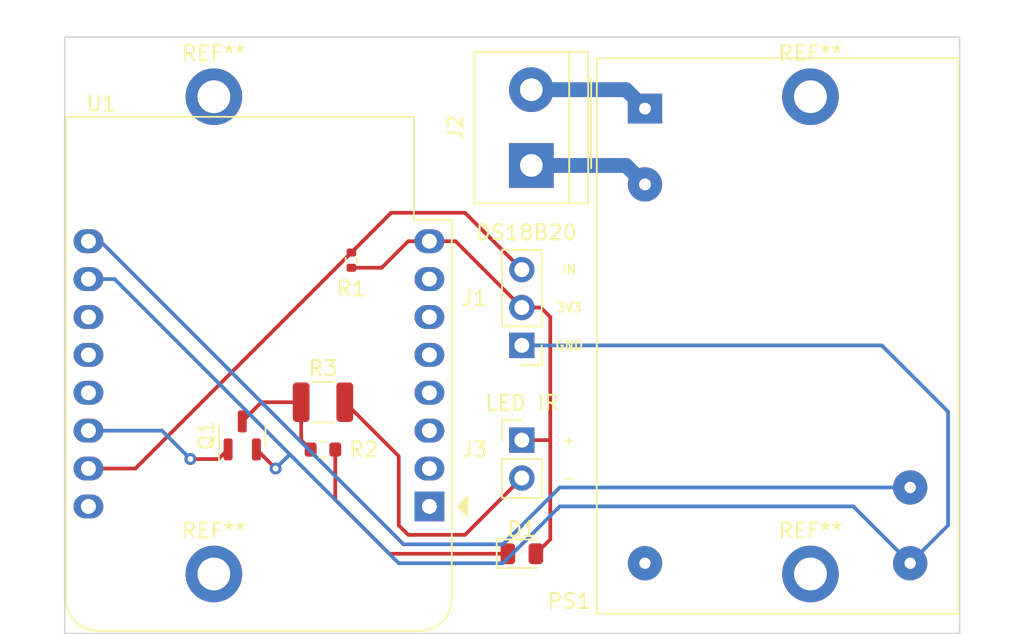
<source format=kicad_pcb>
(kicad_pcb (version 20221018) (generator pcbnew)
  (layers (0 "F.Cu" signal) (31 "B.Cu" signal) (34 "B.Paste" user) (35 "F.Paste" user) (36 "B.SilkS" user "B.Silkscreen") (37 "F.SilkS" user "F.Silkscreen") (38 "B.Mask" user) (39 "F.Mask" user) (44 "Edge.Cuts" user))
  (net 0 "")
  (net 1 "GND")
  (net 2 "+5V")
  (net 3 "+3V3")
  (net 4 "LINE")
  (net 5 "NEUT")
  (net 7 "Net-(Q1-G)")
  (net 8 "Net-(Q1-D)")
  (net 9 "Net-(J1-Pin_3)")
  (net 10 "Net-(D1-K)")
  (net 11 "Net-(J3-Pin_2)")
  (footprint "MountingHole:MountingHole_2.2mm_M2_DIN965_Pad" (layer "F.Cu") (at 100 82)
    (fp_text reference "REF**" (at 0 -2.9) (layer "F.SilkS"))
    (fp_text value "MountingHole_2.2mm_M2_DIN965_Pad")
    (pad "1" thru_hole circle locked (at 0 0) (size 3.8 3.8) (drill 2.2) (layers "*.Cu" "*.Mask"))
  )
  (footprint "MountingHole:MountingHole_2.2mm_M2_DIN965_Pad" (layer "F.Cu") (at 100 50)
    (fp_text reference "REF**" (at 0 -2.9) (layer "F.SilkS"))
    (fp_text value "MountingHole_2.2mm_M2_DIN965_Pad")
    (pad "1" thru_hole circle locked (at 0 0) (size 3.8 3.8) (drill 2.2) (layers "*.Cu" "*.Mask"))
  )
  (footprint "Resistor_SMD:R_0603_1608Metric" (layer "F.Cu") (at 107.315 73.66)
    (fp_text reference "R2" (at 2.73 0) (layer "F.SilkS"))
    (fp_text value "1KΩ")
    (fp_line (start -0.237258 -0.5225) (end 0.237258 -0.5225) (stroke (width 0.12)) (layer "F.SilkS"))
    (fp_line (start -0.237258 0.5225) (end 0.237258 0.5225) (stroke (width 0.12)) (layer "F.SilkS"))
    (pad "1" smd roundrect (at -0.825 0) (size 0.8 0.95) (layers "F.Cu" "F.Paste" "F.Mask") (net 8 "Net-(Q1-D)"))
    (pad "2" smd roundrect (at 0.825 0) (size 0.8 0.95) (layers "F.Cu" "F.Paste" "F.Mask") (net 10 "Net-(D1-K)"))
  )
  (footprint "Connector_PinHeader_2.54mm:PinHeader_1x03_P2.54mm_Vertical" (layer "F.Cu") (at 120.65 66.675 180)
    (fp_text reference "J1" (at 3.175 3.175) (layer "F.SilkS"))
    (fp_text value "Conn_01x03_Male")
    (fp_line (start -1.33 -1.33) (end 0 -1.33) (stroke (width 0.12)) (layer "F.SilkS"))
    (fp_line (start -1.33 0) (end -1.33 -1.33) (stroke (width 0.12)) (layer "F.SilkS"))
    (fp_line (start -1.33 1.27) (end -1.33 6.41) (stroke (width 0.12)) (layer "F.SilkS"))
    (fp_line (start -1.33 1.27) (end 1.33 1.27) (stroke (width 0.12)) (layer "F.SilkS"))
    (fp_line (start -1.33 6.41) (end 1.33 6.41) (stroke (width 0.12)) (layer "F.SilkS"))
    (fp_line (start 1.33 1.27) (end 1.33 6.41) (stroke (width 0.12)) (layer "F.SilkS"))
    (pad "1" thru_hole rect (at 0 0 180) (size 1.7 1.7) (drill 1) (layers "*.Cu" "*.Mask") (net 1 "GND"))
    (pad "2" thru_hole oval (at 0 2.54 180) (size 1.7 1.7) (drill 1) (layers "*.Cu" "*.Mask") (net 3 "+3V3"))
    (pad "3" thru_hole oval (at 0 5.08 180) (size 1.7 1.7) (drill 1) (layers "*.Cu" "*.Mask") (net 9 "Net-(J1-Pin_3)"))
  )
  (footprint "Package_TO_SOT_SMD:SOT-23" (layer "F.Cu") (at 101.9025 72.71 90)
    (fp_text reference "Q1" (at 0 -2.4 90) (layer "F.SilkS"))
    (fp_text value "BSS138")
    (fp_line (start 0 -1.56) (end -1.675 -1.56) (stroke (width 0.12)) (layer "F.SilkS"))
    (fp_line (start 0 -1.56) (end 0.65 -1.56) (stroke (width 0.12)) (layer "F.SilkS"))
    (fp_line (start 0 1.56) (end -0.65 1.56) (stroke (width 0.12)) (layer "F.SilkS"))
    (fp_line (start 0 1.56) (end 0.65 1.56) (stroke (width 0.12)) (layer "F.SilkS"))
    (pad "1" smd roundrect (at -0.9375 -0.95 90) (size 1.475 0.6) (layers "F.Cu" "F.Paste" "F.Mask") (net 7 "Net-(Q1-G)"))
    (pad "2" smd roundrect (at -0.9375 0.95 90) (size 1.475 0.6) (layers "F.Cu" "F.Paste" "F.Mask") (net 1 "GND"))
    (pad "3" smd roundrect (at 0.9375 0 90) (size 1.475 0.6) (layers "F.Cu" "F.Paste" "F.Mask") (net 8 "Net-(Q1-D)"))
  )
  (footprint "MountingHole:MountingHole_2.2mm_M2_DIN965_Pad" (layer "F.Cu") (at 140 50)
    (fp_text reference "REF**" (at 0 -2.9) (layer "F.SilkS"))
    (fp_text value "MountingHole_2.2mm_M2_DIN965_Pad")
    (pad "1" thru_hole circle locked (at 0 0) (size 3.8 3.8) (drill 2.2) (layers "*.Cu" "*.Mask"))
  )
  (footprint "TerminalBlock:TerminalBlock_bornier-2_P5.08mm" (layer "F.Cu") (at 121.285 54.61 90)
    (fp_text reference "J2" (at 2.54 -5.08 90) (layer "F.SilkS"))
    (fp_text value "Screw_Terminal_01x02")
    (fp_line (start -2.54 -3.81) (end -2.54 3.81) (stroke (width 0.12)) (layer "F.SilkS"))
    (fp_line (start -2.54 3.81) (end 7.62 3.81) (stroke (width 0.12)) (layer "F.SilkS"))
    (fp_line (start 7.62 -3.81) (end -2.54 -3.81) (stroke (width 0.12)) (layer "F.SilkS"))
    (fp_line (start 7.62 2.54) (end -2.54 2.54) (stroke (width 0.12)) (layer "F.SilkS"))
    (fp_line (start 7.62 3.81) (end 7.62 -3.81) (stroke (width 0.12)) (layer "F.SilkS"))
    (pad "1" thru_hole rect (at 0 0 90) (size 3 3) (drill 1.52) (layers "*.Cu" "*.Mask") (net 5 "NEUT"))
    (pad "2" thru_hole circle (at 5.08 0 90) (size 3 3) (drill 1.52) (layers "*.Cu" "*.Mask") (net 4 "LINE"))
  )
  (footprint "Diode_SMD:D_0805_2012Metric" (layer "F.Cu") (at 120.65 80.645)
    (fp_text reference "D1" (at 0 -1.65) (layer "F.SilkS"))
    (fp_text value "LED")
    (fp_line (start -1.685 -0.96) (end -1.685 0.96) (stroke (width 0.12)) (layer "F.SilkS"))
    (fp_line (start -1.685 0.96) (end 1 0.96) (stroke (width 0.12)) (layer "F.SilkS"))
    (fp_line (start 1 -0.96) (end -1.685 -0.96) (stroke (width 0.12)) (layer "F.SilkS"))
    (pad "1" smd roundrect (at -0.9375 0) (size 0.975 1.4) (layers "F.Cu" "F.Paste" "F.Mask") (net 10 "Net-(D1-K)"))
    (pad "2" smd roundrect (at 0.9375 0) (size 0.975 1.4) (layers "F.Cu" "F.Paste" "F.Mask") (net 3 "+3V3"))
  )
  (footprint "Module:WEMOS_D1_mini_light" (layer "F.Cu") (at 114.45 77.47 180)
    (fp_text reference "U1" (at 22 27) (layer "F.SilkS"))
    (fp_text value "WeMos_D1_mini")
    (fp_line (start -1.5 19.22) (end -1.5 -6.21) (stroke (width 0.12)) (layer "F.SilkS"))
    (fp_line (start -1.5 19.22) (end 1.04 19.22) (stroke (width 0.12)) (layer "F.SilkS"))
    (fp_line (start 1.04 19.22) (end 1.04 26.12) (stroke (width 0.12)) (layer "F.SilkS"))
    (fp_line (start 1.04 26.12) (end 24.36 26.12) (stroke (width 0.12)) (layer "F.SilkS"))
    (fp_line (start 22.24 -8.34) (end 0.63 -8.34) (stroke (width 0.12)) (layer "F.SilkS"))
    (fp_line (start 24.36 26.12) (end 24.36 -6.21) (stroke (width 0.12)) (layer "F.SilkS"))
    (fp_arc (start -1.5 -6.21) (mid -0.876137 -7.716137) (end 0.63 -8.34) (stroke (width 0.12)) (layer "F.SilkS"))
    (fp_arc (start 22.23 -8.34) (mid 23.736137 -7.716137) (end 24.36 -6.21) (stroke (width 0.12)) (layer "F.SilkS"))
    (fp_poly (pts (xy -2.54 -0.635) (xy -2.54 0.635) (xy -1.905 0)) (stroke (width 0.15)) (fill solid) (layer "F.SilkS"))
    (pad "1" thru_hole rect (at 0 0 180) (size 2 2) (drill 1) (layers "*.Cu" "*.Mask"))
    (pad "2" thru_hole oval (at 0 2.54 180) (size 2 1.6) (drill 1) (layers "*.Cu" "*.Mask"))
    (pad "3" thru_hole oval (at 0 5.08 180) (size 2 1.6) (drill 1) (layers "*.Cu" "*.Mask"))
    (pad "4" thru_hole oval (at 0 7.62 180) (size 2 1.6) (drill 1) (layers "*.Cu" "*.Mask"))
    (pad "5" thru_hole oval (at 0 10.16 180) (size 2 1.6) (drill 1) (layers "*.Cu" "*.Mask"))
    (pad "6" thru_hole oval (at 0 12.7 180) (size 2 1.6) (drill 1) (layers "*.Cu" "*.Mask"))
    (pad "7" thru_hole oval (at 0 15.24 180) (size 2 1.6) (drill 1) (layers "*.Cu" "*.Mask"))
    (pad "8" thru_hole oval (at 0 17.78 180) (size 2 1.6) (drill 1) (layers "*.Cu" "*.Mask") (net 3 "+3V3"))
    (pad "9" thru_hole oval (at 22.86 17.78 180) (size 2 1.6) (drill 1) (layers "*.Cu" "*.Mask") (net 2 "+5V"))
    (pad "10" thru_hole oval (at 22.86 15.24 180) (size 2 1.6) (drill 1) (layers "*.Cu" "*.Mask") (net 1 "GND"))
    (pad "11" thru_hole oval (at 22.86 12.7 180) (size 2 1.6) (drill 1) (layers "*.Cu" "*.Mask"))
    (pad "12" thru_hole oval (at 22.86 10.16 180) (size 2 1.6) (drill 1) (layers "*.Cu" "*.Mask"))
    (pad "13" thru_hole oval (at 22.86 7.62 180) (size 2 1.6) (drill 1) (layers "*.Cu" "*.Mask"))
    (pad "14" thru_hole oval (at 22.86 5.08 180) (size 2 1.6) (drill 1) (layers "*.Cu" "*.Mask") (net 7 "Net-(Q1-G)"))
    (pad "15" thru_hole oval (at 22.86 2.54 180) (size 2 1.6) (drill 1) (layers "*.Cu" "*.Mask") (net 9 "Net-(J1-Pin_3)"))
    (pad "16" thru_hole oval (at 22.86 0 180) (size 2 1.6) (drill 1) (layers "*.Cu" "*.Mask"))
  )
  (footprint "Resistor_SMD:R_1210_3225Metric" (layer "F.Cu") (at 107.315 70.485)
    (fp_text reference "R3" (at 0 -2.28) (layer "F.SilkS"))
    (fp_text value "18Ω/0.5W")
    (fp_line (start -0.723737 -1.355) (end 0.723737 -1.355) (stroke (width 0.12)) (layer "F.SilkS"))
    (fp_line (start -0.723737 1.355) (end 0.723737 1.355) (stroke (width 0.12)) (layer "F.SilkS"))
    (pad "1" smd roundrect (at -1.4625 0) (size 1.125 2.65) (layers "F.Cu" "F.Paste" "F.Mask") (roundrect_rratio 0.2222222222) (net 8 "Net-(Q1-D)"))
    (pad "2" smd roundrect (at 1.4625 0) (size 1.125 2.65) (layers "F.Cu" "F.Paste" "F.Mask") (roundrect_rratio 0.2222222222) (net 11 "Net-(J3-Pin_2)"))
  )
  (footprint "MountingHole:MountingHole_2.2mm_M2_DIN965_Pad" (layer "F.Cu") (at 140 82)
    (fp_text reference "REF**" (at 0 -2.9) (layer "F.SilkS"))
    (fp_text value "MountingHole_2.2mm_M2_DIN965_Pad")
    (pad "1" thru_hole circle locked (at 0 0) (size 3.8 3.8) (drill 2.2) (layers "*.Cu" "*.Mask"))
  )
  (footprint "Connector_PinHeader_2.54mm:PinHeader_1x02_P2.54mm_Vertical" (layer "F.Cu") (at 120.65 73.025)
    (fp_text reference "J3" (at -3.175 0.635) (layer "F.SilkS"))
    (fp_text value "Conn_01x02_Pin")
    (fp_line (start -1.33 -1.33) (end 0 -1.33) (stroke (width 0.12)) (layer "F.SilkS"))
    (fp_line (start -1.33 0) (end -1.33 -1.33) (stroke (width 0.12)) (layer "F.SilkS"))
    (fp_line (start -1.33 1.27) (end -1.33 3.87) (stroke (width 0.12)) (layer "F.SilkS"))
    (fp_line (start -1.33 1.27) (end 1.33 1.27) (stroke (width 0.12)) (layer "F.SilkS"))
    (fp_line (start -1.33 3.87) (end 1.33 3.87) (stroke (width 0.12)) (layer "F.SilkS"))
    (fp_line (start 1.33 1.27) (end 1.33 3.87) (stroke (width 0.12)) (layer "F.SilkS"))
    (pad "1" thru_hole rect (at 0 0) (size 1.7 1.7) (drill 1) (layers "*.Cu" "*.Mask") (net 3 "+3V3"))
    (pad "2" thru_hole oval (at 0 2.54) (size 1.7 1.7) (drill 1) (layers "*.Cu" "*.Mask") (net 11 "Net-(J3-Pin_2)"))
  )
  (footprint "Converter_ACDC:Converter_ACDC_MeanWell_IRM-03-xx_THT" (layer "F.Cu") (at 128.905 50.8)
    (fp_text reference "PS1" (at -5.08 33.02) (layer "F.SilkS"))
    (fp_text value "Alim RS PRO 5V 1A")
    (fp_line (start -3.61 -2) (end -3.61 4) (stroke (width 0.12)) (layer "F.SilkS"))
    (fp_line (start -3.23 -3.38) (end -3.23 33.86) (stroke (width 0.12)) (layer "F.SilkS"))
    (fp_line (start -3.23 33.86) (end 21.01 33.86) (stroke (width 0.12)) (layer "F.SilkS"))
    (fp_line (start 21.01 -3.38) (end -3.23 -3.38) (stroke (width 0.12)) (layer "F.SilkS"))
    (fp_line (start 21.01 -3.38) (end 21.01 33.86) (stroke (width 0.12)) (layer "F.SilkS"))
    (pad "1" thru_hole rect (at 0 0) (size 2.3 2) (drill 0.8) (layers "*.Cu" "*.Mask") (net 4 "LINE"))
    (pad "3" thru_hole circle (at 0 5.08) (size 2.3 2.3) (drill 0.8) (layers "*.Cu" "*.Mask") (net 5 "NEUT"))
    (pad "5" thru_hole circle (at 0 30.48) (size 2.3 2.3) (drill 0.76) (layers "*.Cu" "*.Mask"))
    (pad "14" thru_hole circle (at 17.78 30.48) (size 2.3 2.3) (drill 0.76) (layers "*.Cu" "*.Mask") (net 1 "GND"))
    (pad "16" thru_hole circle (at 17.78 25.4) (size 2.3 2.3) (drill 0.76) (layers "*.Cu" "*.Mask") (net 2 "+5V"))
  )
  (footprint "Resistor_SMD:R_0402_1005Metric" (layer "F.Cu") (at 109.22 60.96 90)
    (fp_text reference "R1" (at -1.905 0) (layer "F.SilkS"))
    (fp_text value "4.7KΩ")
    (fp_line (start -0.153641 -0.38) (end 0.153641 -0.38) (stroke (width 0.12)) (layer "F.SilkS"))
    (fp_line (start -0.153641 0.38) (end 0.153641 0.38) (stroke (width 0.12)) (layer "F.SilkS"))
    (pad "1" smd roundrect (at -0.51 0 90) (size 0.54 0.64) (layers "F.Cu" "F.Paste" "F.Mask") (net 3 "+3V3"))
    (pad "2" smd roundrect (at 0.51 0 90) (size 0.54 0.64) (layers "F.Cu" "F.Paste" "F.Mask") (net 9 "Net-(J1-Pin_3)"))
  )
  (gr_rect locked (start 90 46) (end 150 86) (stroke (width 0.1)) (fill none) (layer "Edge.Cuts"))
  (gr_text "DS18B20" (at 117.475 59.69) (layer "F.SilkS") (effects (font (size 1 1)) (justify left bottom)))
  (gr_text "-" (at 123.825 75.565) (layer "F.SilkS") (effects (font (size 0.6 0.6) (thickness 0.125))))
  (gr_text "GND" (at 123.825 66.675) (layer "F.SilkS") (effects (font (size 0.6 0.6) (thickness 0.125))))
  (gr_text "3V3" (at 123.825 64.135) (layer "F.SilkS") (effects (font (size 0.6 0.6) (thickness 0.125))))
  (gr_text "LED IR" (at 118.11 71.12) (layer "F.SilkS") (effects (font (size 1 1)) (justify left bottom)))
  (gr_text "+" (at 123.825 73.025) (layer "F.SilkS") (effects (font (size 0.6 0.6) (thickness 0.125))))
  (gr_text "IN" (at 123.825 61.595) (layer "F.SilkS") (effects (font (size 0.6 0.6) (thickness 0.125))))
  (segment (start 102.8575 73.6475) (end 104.14 74.93) (width 0.25) (layer "F.Cu") (net 1))
  (segment (start 102.8525 73.6475) (end 102.8575 73.6475) (width 0.25) (layer "F.Cu") (net 1))
  (via (at 104.14 74.93) (size 0.8) (drill 0.4) (layers "F.Cu" "B.Cu") (net 1))
  (segment (start 146.685 81.28) (end 149.225 78.74) (width 0.25) (layer "B.Cu") (net 1))
  (segment (start 123.19 77.47) (end 119.38 81.28) (width 0.25) (layer "B.Cu") (net 1))
  (segment (start 144.78 66.675) (end 149.225 71.12) (width 0.25) (layer "B.Cu") (net 1))
  (segment (start 105.0925 73.9775) (end 112.395 81.28) (width 0.25) (layer "B.Cu") (net 1))
  (segment (start 142.875 77.47) (end 123.19 77.47) (width 0.25) (layer "B.Cu") (net 1))
  (segment (start 93.345 62.23) (end 91.59 62.23) (width 0.25) (layer "B.Cu") (net 1))
  (segment (start 119.38 81.28) (end 112.395 81.28) (width 0.25) (layer "B.Cu") (net 1))
  (segment (start 120.65 66.675) (end 144.78 66.675) (width 0.25) (layer "B.Cu") (net 1))
  (segment (start 104.14 74.93) (end 105.0925 73.9775) (width 0.25) (layer "B.Cu") (net 1))
  (segment (start 105.0925 73.9775) (end 93.345 62.23) (width 0.25) (layer "B.Cu") (net 1))
  (segment (start 149.225 71.12) (end 149.225 78.74) (width 0.25) (layer "B.Cu") (net 1))
  (segment (start 146.685 81.28) (end 142.875 77.47) (width 0.25) (layer "B.Cu") (net 1))
  (segment (start 92.3925 59.69) (end 91.59 59.69) (width 0.25) (layer "B.Cu") (net 2))
  (segment (start 123.19 76.2) (end 119.38 80.01) (width 0.25) (layer "B.Cu") (net 2))
  (segment (start 119.38 80.01) (end 112.7125 80.01) (width 0.25) (layer "B.Cu") (net 2))
  (segment (start 146.685 76.2) (end 123.19 76.2) (width 0.25) (layer "B.Cu") (net 2))
  (segment (start 112.7125 80.01) (end 92.3925 59.69) (width 0.25) (layer "B.Cu") (net 2))
  (segment (start 116.205 59.69) (end 120.65 64.135) (width 0.25) (layer "F.Cu") (net 3))
  (segment (start 109.22 61.47) (end 111.25 61.47) (width 0.25) (layer "F.Cu") (net 3))
  (segment (start 122.555 73.025) (end 122.555 79.6775) (width 0.25) (layer "F.Cu") (net 3))
  (segment (start 122.555 64.77) (end 122.555 73.025) (width 0.25) (layer "F.Cu") (net 3))
  (segment (start 120.65 73.025) (end 122.555 73.025) (width 0.25) (layer "F.Cu") (net 3))
  (segment (start 113.03 59.69) (end 114.45 59.69) (width 0.25) (layer "F.Cu") (net 3))
  (segment (start 111.25 61.47) (end 113.03 59.69) (width 0.25) (layer "F.Cu") (net 3))
  (segment (start 120.65 64.135) (end 121.92 64.135) (width 0.25) (layer "F.Cu") (net 3))
  (segment (start 121.92 64.135) (end 122.555 64.77) (width 0.25) (layer "F.Cu") (net 3))
  (segment (start 114.45 59.69) (end 116.205 59.69) (width 0.25) (layer "F.Cu") (net 3))
  (segment (start 122.555 79.6775) (end 121.5875 80.645) (width 0.25) (layer "F.Cu") (net 3))
  (segment (start 127.635 49.53) (end 128.905 50.8) (width 1) (layer "B.Cu") (net 4))
  (segment (start 121.285 49.53) (end 127.635 49.53) (width 1) (layer "B.Cu") (net 4))
  (segment (start 121.285 54.61) (end 127.635 54.61) (width 1) (layer "B.Cu") (net 5))
  (segment (start 127.635 54.61) (end 128.905 55.88) (width 1) (layer "B.Cu") (net 5))
  (segment (start 100.305 74.295) (end 100.9525 73.6475) (width 0.25) (layer "F.Cu") (net 7))
  (segment (start 98.425 74.295) (end 100.305 74.295) (width 0.25) (layer "F.Cu") (net 7))
  (via (at 98.425 74.295) (size 0.8) (drill 0.4) (layers "F.Cu" "B.Cu") (net 7))
  (segment (start 91.59 72.39) (end 96.52 72.39) (width 0.25) (layer "B.Cu") (net 7))
  (segment (start 96.52 72.39) (end 98.425 74.295) (width 0.25) (layer "B.Cu") (net 7))
  (segment (start 105.8525 70.485) (end 103.19 70.485) (width 0.25) (layer "F.Cu") (net 8))
  (segment (start 103.19 70.485) (end 101.9025 71.7725) (width 0.25) (layer "F.Cu") (net 8))
  (segment (start 105.8525 70.485) (end 105.8525 73.0225) (width 0.25) (layer "F.Cu") (net 8))
  (segment (start 105.8525 73.0225) (end 106.49 73.66) (width 0.25) (layer "F.Cu") (net 8))
  (segment (start 120.65 61.595) (end 116.84 57.785) (width 0.25) (layer "F.Cu") (net 9))
  (segment (start 111.885 57.785) (end 109.22 60.45) (width 0.25) (layer "F.Cu") (net 9))
  (segment (start 109.22 60.45) (end 94.74 74.93) (width 0.25) (layer "F.Cu") (net 9))
  (segment (start 94.74 74.93) (end 91.59 74.93) (width 0.25) (layer "F.Cu") (net 9))
  (segment (start 116.84 57.785) (end 111.885 57.785) (width 0.25) (layer "F.Cu") (net 9))
  (segment (start 119.7125 80.645) (end 111.76 80.645) (width 0.25) (layer "F.Cu") (net 10))
  (segment (start 111.76 80.645) (end 108.14 77.025) (width 0.25) (layer "F.Cu") (net 10))
  (segment (start 108.14 77.025) (end 108.14 73.66) (width 0.25) (layer "F.Cu") (net 10))
  (segment (start 112.395 74.1025) (end 108.7775 70.485) (width 0.25) (layer "F.Cu") (net 11))
  (segment (start 112.395 78.74) (end 112.395 74.1025) (width 0.25) (layer "F.Cu") (net 11))
  (segment (start 116.84 79.375) (end 113.03 79.375) (width 0.25) (layer "F.Cu") (net 11))
  (segment (start 120.65 75.565) (end 116.84 79.375) (width 0.25) (layer "F.Cu") (net 11))
  (segment (start 113.03 79.375) (end 112.395 78.74) (width 0.25) (layer "F.Cu") (net 11))
)
</source>
